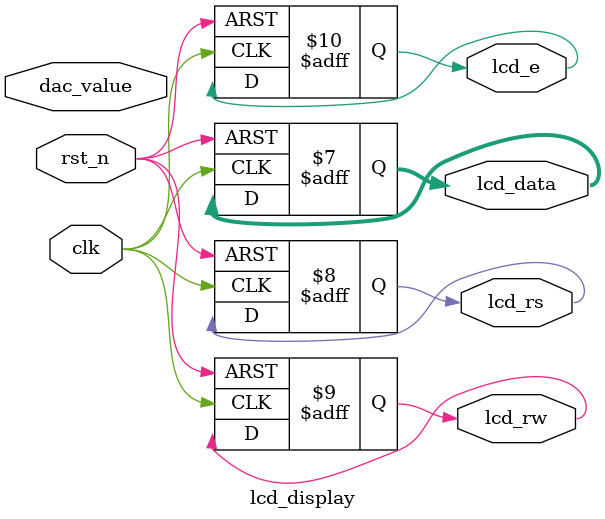
<source format=v>
module lcd_display(
    input clk,
    input rst_n,
    input [7:0] dac_value,
    output reg [7:0] lcd_data,
    output reg lcd_rs,
    output reg lcd_rw,
    output reg lcd_e
);
    // 简化版：输出 "DAC IN = XX"
    // 可在初始化FSM基础上扩展
    reg [7:0] msg [0:15];
    integer i;

    always @(posedge clk or negedge rst_n) begin
        if(!rst_n) begin
            lcd_e <= 0;
            lcd_rs <= 0;
            lcd_rw <= 0;
            lcd_data <= 8'h00;
        end else begin
            // 十位和个位转ASCII
            msg[0]  = "D"; msg[1]  = "A"; msg[2]  = "C"; msg[3]  = " ";
            msg[4]  = "I"; msg[5]  = "N"; msg[6]  = " "; msg[7]  = "="; msg[8]  = " ";
            msg[9]  = 8'd48 + (dac_value / 10);
            msg[10] = 8'd48 + (dac_value % 10);
            // 实际显示由你之前LCD初始化FSM驱动，这里只说明文字组成部分
        end
    end
endmodule

</source>
